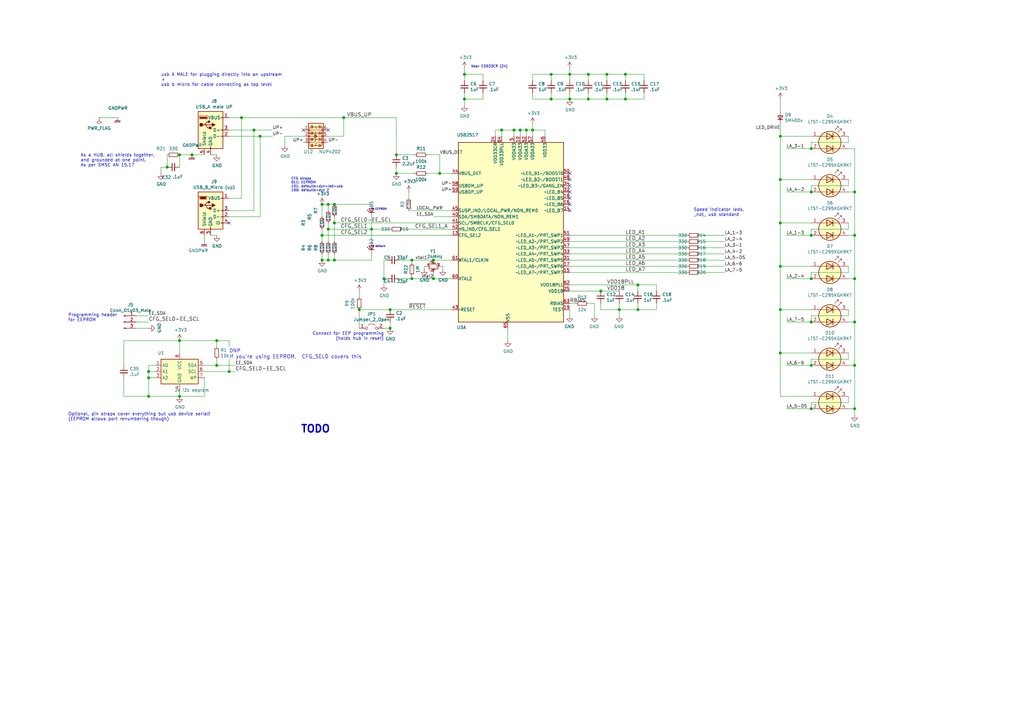
<source format=kicad_sch>
(kicad_sch (version 20211123) (generator eeschema)
  (paper "A3")
  (lib_symbols
    (symbol "Connector:Conn_01x03_Male" (pin_names (offset 1.016) hide)
      (property "Reference" "J" (at 0 5.08 0))
      (property "Value" "Conn_01x03_Male" (at 0 -5.08 0))
      (symbol "Conn_01x03_Male_1_1"
        (pin passive line (at 5.08 2.54 180) (length 3.81) (name "Pin_1") (number "1"))
        (pin passive line (at 5.08 0 180) (length 3.81) (name "Pin_2") (number "2"))
        (pin passive line (at 5.08 -2.54 180) (length 3.81) (name "Pin_3") (number "3"))
      )
    )
    (symbol "Connector:USB_A" (pin_names (offset 1.016))
      (property "Reference" "J" (at -5.08 11.43 0))
      (property "Value" "USB_A" (at -5.08 8.89 0))
      (symbol "USB_A_1_1"
        (pin power_in line (at 7.62 5.08 180) (length 2.54) (name "VBUS") (number "1"))
        (pin bidirectional line (at 7.62 -2.54 180) (length 2.54) (name "D-") (number "2"))
        (pin bidirectional line (at 7.62 0 180) (length 2.54) (name "D+") (number "3"))
        (pin power_in line (at 0 -10.16 90) (length 2.54) (name "GND") (number "4"))
        (pin passive line (at -2.54 -10.16 90) (length 2.54) (name "Shield") (number "5"))
      )
    )
    (symbol "Connector:USB_B_Micro" (pin_names (offset 1.016))
      (property "Reference" "J" (at -5.08 11.43 0))
      (property "Value" "USB_B_Micro" (at -5.08 8.89 0))
      (symbol "USB_B_Micro_1_1"
        (pin power_out line (at 7.62 5.08 180) (length 2.54) (name "VBUS") (number "1"))
        (pin bidirectional line (at 7.62 -2.54 180) (length 2.54) (name "D-") (number "2"))
        (pin bidirectional line (at 7.62 0 180) (length 2.54) (name "D+") (number "3"))
        (pin passive line (at 7.62 -5.08 180) (length 2.54) (name "ID") (number "4"))
        (pin power_out line (at 0 -10.16 90) (length 2.54) (name "GND") (number "5"))
        (pin passive line (at -2.54 -10.16 90) (length 2.54) (name "Shield") (number "6"))
      )
    )
    (symbol "Device:C_Small" (pin_numbers hide) (pin_names (offset 0.254) hide)
      (property "Reference" "C" (at 0.254 1.778 0))
      (property "Value" "C_Small" (at 0.254 -2.032 0))
      (symbol "C_Small_1_1"
        (pin passive line (at 0 2.54 270) (length 2.032) (name "~") (number "1"))
        (pin passive line (at 0 -2.54 90) (length 2.032) (name "~") (number "2"))
      )
    )
    (symbol "Device:Crystal_GND24_Small" (pin_names (offset 1.016) hide)
      (property "Reference" "Y" (at 1.27 4.445 0))
      (property "Value" "Crystal_GND24_Small" (at 1.27 2.54 0))
      (symbol "Crystal_GND24_Small_1_1"
        (pin passive line (at -2.54 0 0) (length 1.27) (name "1") (number "1"))
        (pin passive line (at 0 -2.54 90) (length 0.635) (name "2") (number "2"))
        (pin passive line (at 2.54 0 180) (length 1.27) (name "3") (number "3"))
        (pin passive line (at 0 2.54 270) (length 0.635) (name "4") (number "4"))
      )
    )
    (symbol "Device:D_Small" (pin_numbers hide) (pin_names (offset 0.254) hide)
      (property "Reference" "D" (at -1.27 2.032 0))
      (property "Value" "D_Small" (at -3.81 -2.032 0))
      (symbol "D_Small_1_1"
        (pin passive line (at -2.54 0 0) (length 1.778) (name "K") (number "1"))
        (pin passive line (at 2.54 0 180) (length 1.778) (name "A") (number "2"))
      )
    )
    (symbol "Device:LED_Dual_AAKK" (pin_names (offset 0) hide)
      (property "Reference" "D" (at 0 5.715 0))
      (property "Value" "LED_Dual_AAKK" (at 0 -6.35 0))
      (symbol "LED_Dual_AAKK_1_1"
        (pin input line (at -7.62 2.54 0) (length 3.048) (name "A1") (number "1"))
        (pin input line (at -7.62 -2.54 0) (length 3.048) (name "A2") (number "2"))
        (pin input line (at 7.62 2.54 180) (length 3.81) (name "K1") (number "3"))
        (pin input line (at 7.62 -2.54 180) (length 3.81) (name "K2") (number "4"))
      )
    )
    (symbol "Device:LED_Small" (pin_numbers hide) (pin_names (offset 0.254) hide)
      (property "Reference" "D" (at -1.27 3.175 0))
      (property "Value" "LED_Small" (at -4.445 -2.54 0))
      (symbol "LED_Small_1_1"
        (pin passive line (at -2.54 0 0) (length 1.778) (name "K") (number "1"))
        (pin passive line (at 2.54 0 180) (length 1.778) (name "A") (number "2"))
      )
    )
    (symbol "Device:R_Small" (pin_numbers hide) (pin_names (offset 0.254) hide)
      (property "Reference" "R" (at 0.762 0.508 0))
      (property "Value" "R_Small" (at 0.762 -1.016 0))
      (symbol "R_Small_1_1"
        (pin passive line (at 0 2.54 270) (length 0.762) (name "~") (number "1"))
        (pin passive line (at 0 -2.54 90) (length 0.762) (name "~") (number "2"))
      )
    )
    (symbol "Interface_USB:USB2517" (pin_names (offset 0.002))
      (property "Reference" "U" (at -17.78 45.72 0))
      (property "Value" "USB2517" (at 17.78 45.72 0))
      (symbol "USB2517_1_1"
        (pin power_in line (at 5.08 38.1 270) (length 2.54) (name "VDDA33") (number "10"))
        (pin input line (at -22.86 -2.54 0) (length 2.54) (name "CFG_SEL2") (number "13"))
        (pin bidirectional line (at 25.4 7.62 180) (length 2.54) (name "~LED_B7") (number "14"))
        (pin bidirectional line (at 25.4 -17.78 180) (length 2.54) (name "~LED_A7~/PRT_SWP7") (number "15"))
        (pin bidirectional line (at 25.4 10.16 180) (length 2.54) (name "~LED_B6") (number "16"))
        (pin bidirectional line (at 25.4 -15.24 180) (length 2.54) (name "~LED_A6~/PRT_SWP6") (number "17"))
        (pin bidirectional line (at 25.4 12.7 180) (length 2.54) (name "~LED_B5") (number "18"))
        (pin input line (at 25.4 -33.02 180) (length 2.54) (name "TEST") (number "19"))
        (pin power_in line (at -5.08 38.1 270) (length 2.54) (name "VDD33CR") (number "24"))
        (pin power_out line (at 25.4 -25.4 180) (length 2.54) (name "VDD18") (number "25"))
        (pin bidirectional line (at 25.4 -12.7 180) (length 2.54) (name "~LED_A5~/PRT_SWP5") (number "31"))
        (pin bidirectional line (at 25.4 15.24 180) (length 2.54) (name "~LED_B4") (number "32"))
        (pin bidirectional line (at 25.4 -10.16 180) (length 2.54) (name "~LED_A4~/PRT_SWP4") (number "33"))
        (pin bidirectional line (at 25.4 17.78 180) (length 2.54) (name "~LED_B3~/GANG_EN") (number "34"))
        (pin bidirectional line (at -22.86 5.08 0) (length 2.54) (name "SDA/SMBDATA/NON_REM1") (number "40"))
        (pin bidirectional line (at -22.86 2.54 0) (length 2.54) (name "SCL/SMBCLK/CFG_SEL0") (number "41"))
        (pin bidirectional line (at -22.86 0 0) (length 2.54) (name "HS_IND/CFG_SEL1") (number "42"))
        (pin input line (at -22.86 -33.02 0) (length 2.54) (name "~RESET") (number "43"))
        (pin input line (at -22.86 22.86 0) (length 2.54) (name "VBUS_DET") (number "44"))
        (pin bidirectional line (at -22.86 7.62 0) (length 2.54) (name "SUSP_IND/LOCAL_PWR/NON_REM0") (number "45"))
        (pin power_in line (at 15.24 38.1 270) (length 2.54) (name "VDD33") (number "46"))
        (pin bidirectional line (at 25.4 -7.62 180) (length 2.54) (name "~LED_A3~/PRT_SWP3") (number "47"))
        (pin bidirectional line (at 25.4 20.32 180) (length 2.54) (name "~LED_B2~/BOOST1") (number "48"))
        (pin bidirectional line (at 25.4 -5.08 180) (length 2.54) (name "~LED_A2~/PRT_SWP2") (number "49"))
        (pin power_in line (at 2.54 38.1 270) (length 2.54) (name "VDDA33") (number "5"))
        (pin bidirectional line (at 25.4 22.86 180) (length 2.54) (name "~LED_B1~/BOOST0") (number "50"))
        (pin bidirectional line (at 25.4 -2.54 180) (length 2.54) (name "~LED_A1~/PRT_SWP1") (number "51"))
        (pin power_in line (at 7.62 38.1 270) (length 2.54) (name "VDDA33") (number "52"))
        (pin power_in line (at 10.16 38.1 270) (length 2.54) (name "VDDA33") (number "57"))
        (pin bidirectional line (at -22.86 17.78 0) (length 2.54) (name "USBDM_UP") (number "58"))
        (pin bidirectional line (at -22.86 15.24 0) (length 2.54) (name "USBDP_UP") (number "59"))
        (pin output line (at -22.86 -20.32 0) (length 2.54) (name "XTAL2") (number "60"))
        (pin input clock (at -22.86 -12.7 0) (length 2.54) (name "XTAL1/CLKIN") (number "61"))
        (pin power_out line (at 25.4 -22.86 180) (length 2.54) (name "VDD18PLL") (number "62"))
        (pin input line (at 25.4 -30.48 180) (length 2.54) (name "RBIAS") (number "63"))
        (pin power_in line (at -2.54 38.1 270) (length 2.54) (name "VDD33PLL") (number "64"))
        (pin power_in line (at 0 -40.64 90) (length 2.54) (name "VSS") (number "65"))
      )
      (symbol "USB2517_2_1"
        (pin bidirectional line (at 20.32 40.64 180) (length 2.54) (name "USBDM_DN1/PRT_DIS_M1") (number "1"))
        (pin bidirectional line (at 20.32 -10.16 180) (length 2.54) (name "USBDM_DN5/PRT_DIS_M5") (number "11"))
        (pin bidirectional line (at 20.32 -12.7 180) (length 2.54) (name "USBDP_DN5/PRT_DIS_P5") (number "12"))
        (pin bidirectional line (at 20.32 38.1 180) (length 2.54) (name "USBDP_DN1/PRT_DIS_P1") (number "2"))
        (pin bidirectional line (at 20.32 -2.54 180) (length 2.54) (name "PRTPWR4") (number "20"))
        (pin input line (at 20.32 -5.08 180) (length 2.54) (name "~OCS4") (number "21"))
        (pin input line (at 20.32 7.62 180) (length 2.54) (name "~OCS3") (number "22"))
        (pin bidirectional line (at 20.32 10.16 180) (length 2.54) (name "PRTPWR3") (number "23"))
        (pin bidirectional line (at 20.32 22.86 180) (length 2.54) (name "PRTPWR2") (number "26"))
        (pin input line (at 20.32 20.32 180) (length 2.54) (name "~OCS2") (number "27"))
        (pin input line (at 20.32 33.02 180) (length 2.54) (name "~OCS1") (number "28"))
        (pin bidirectional line (at 20.32 35.56 180) (length 2.54) (name "PRTPWR1") (number "29"))
        (pin bidirectional line (at 20.32 27.94 180) (length 2.54) (name "USBDM_DN2/PRT_DIS_M2") (number "3"))
        (pin bidirectional line (at 20.32 -15.24 180) (length 2.54) (name "PRTPWR5") (number "30"))
        (pin input line (at 20.32 -17.78 180) (length 2.54) (name "~OCS5") (number "35"))
        (pin bidirectional line (at 20.32 -40.64 180) (length 2.54) (name "PRTPWR7") (number "36"))
        (pin input line (at 20.32 -43.18 180) (length 2.54) (name "~OCS7") (number "37"))
        (pin input line (at 20.32 -30.48 180) (length 2.54) (name "~OCS6") (number "38"))
        (pin bidirectional line (at 20.32 -27.94 180) (length 2.54) (name "PRTPWR6") (number "39"))
        (pin bidirectional line (at 20.32 25.4 180) (length 2.54) (name "USBDP_DN2/PRT_DIS_P2") (number "4"))
        (pin bidirectional line (at 20.32 -22.86 180) (length 2.54) (name "USBDM_DN6/PRT_DIS_M6") (number "53"))
        (pin bidirectional line (at 20.32 -25.4 180) (length 2.54) (name "USBDP_DN6/PRT_DIS_P6") (number "54"))
        (pin bidirectional line (at 20.32 -35.56 180) (length 2.54) (name "USBDM_DN7/PRT_DIS_M7") (number "55"))
        (pin bidirectional line (at 20.32 -38.1 180) (length 2.54) (name "USBDP_DN7/PRT_DIS_P7") (number "56"))
        (pin bidirectional line (at 20.32 15.24 180) (length 2.54) (name "USBDM_DN3/PRT_DIS_M3") (number "6"))
        (pin bidirectional line (at 20.32 12.7 180) (length 2.54) (name "USBDP_DN3/PRT_DIS_P3") (number "7"))
        (pin bidirectional line (at 20.32 2.54 180) (length 2.54) (name "USBDM_DN4/PRT_DIS_M4") (number "8"))
        (pin bidirectional line (at 20.32 0 180) (length 2.54) (name "USBDP_DN4/PRT_DIS_P4") (number "9"))
      )
    )
    (symbol "Jumper:Jumper_2_Open" (pin_names (offset 0) hide)
      (property "Reference" "JP" (at 0 2.794 0))
      (property "Value" "Jumper_2_Open" (at 0 -2.286 0))
      (symbol "Jumper_2_Open_1_1"
        (pin passive line (at -5.08 0 0) (length 2.54) (name "A") (number "1"))
        (pin passive line (at 5.08 0 180) (length 2.54) (name "B") (number "2"))
      )
    )
    (symbol "Memory_EEPROM:24LC02"
      (property "Reference" "U" (at -6.35 6.35 0))
      (property "Value" "24LC02" (at 1.27 6.35 0))
      (symbol "24LC02_1_1"
        (pin input line (at -10.16 2.54 0) (length 2.54) (name "A0") (number "1"))
        (pin input line (at -10.16 0 0) (length 2.54) (name "A1") (number "2"))
        (pin input line (at -10.16 -2.54 0) (length 2.54) (name "A2") (number "3"))
        (pin power_in line (at 0 -7.62 90) (length 2.54) (name "GND") (number "4"))
        (pin bidirectional line (at 10.16 2.54 180) (length 2.54) (name "SDA") (number "5"))
        (pin input line (at 10.16 0 180) (length 2.54) (name "SCL") (number "6"))
        (pin input line (at 10.16 -2.54 180) (length 2.54) (name "WP") (number "7"))
        (pin power_in line (at 0 7.62 270) (length 2.54) (name "VCC") (number "8"))
      )
    )
    (symbol "Power_Protection:NUP4202"
      (property "Reference" "U" (at -6.985 -2.54 0))
      (property "Value" "NUP4202" (at 6.35 1.27 90))
      (symbol "NUP4202_1_1"
        (pin passive line (at -2.54 -5.08 90) (length 2.54) (name "~") (number "1"))
        (pin passive line (at 0 -5.08 90) (length 2.54) (name "~") (number "2"))
        (pin passive line (at 2.54 -5.08 90) (length 2.54) (name "~") (number "3"))
        (pin passive line (at 2.54 5.08 270) (length 2.54) (name "~") (number "4"))
        (pin passive line (at 0 5.08 270) (length 2.54) (name "~") (number "5"))
        (pin passive line (at -2.54 5.08 270) (length 2.54) (name "~") (number "6"))
      )
    )
    (symbol "power:+3V3" (power) (pin_names (offset 0))
      (property "Value" "+3V3" (at 0 3.556 0))
      (symbol "+3V3_1_1"
        (pin power_in line (at 0 0 90) (length 0) hide (name "+3V3") (number "1"))
      )
    )
    (symbol "power:GND" (power) (pin_names (offset 0))
      (property "Value" "GND" (at 0 -3.81 0))
      (symbol "GND_1_1"
        (pin power_in line (at 0 0 270) (length 0) hide (name "GND") (number "1"))
      )
    )
    (symbol "power:GNDPWR" (power) (pin_names (offset 0))
      (property "Value" "GNDPWR" (at 0 -3.302 0))
      (symbol "GNDPWR_1_1"
        (pin power_in line (at 0 0 270) (length 0) hide (name "GNDPWR") (number "1"))
      )
    )
    (symbol "power:PWR_FLAG" (power) (pin_numbers hide) (pin_names (offset 0) hide)
      (property "Value" "PWR_FLAG" (at 0 3.81 0))
      (symbol "PWR_FLAG_0_0"
        (pin power_out line (at 0 0 90) (length 0) (name "pwr") (number "1"))
      )
    )
  )
  (junction (at 78.74 63.5) (diameter 1.016))
  (junction (at 332.74 149.86) (diameter 1.016))
  (junction (at 73.66 63.5) (diameter 1.016))
  (junction (at 140.97 48.26) (diameter 1.016))
  (junction (at 350.52 149.86) (diameter 1.016))
  (junction (at 320.04 73.66) (diameter 1.016))
  (junction (at 226.06 30.48) (diameter 1.016))
  (junction (at 226.06 40.64) (diameter 1.016))
  (junction (at 248.92 40.64) (diameter 1.016))
  (junction (at 137.16 91.44) (diameter 1.016))
  (junction (at 233.68 40.64) (diameter 1.016))
  (junction (at 152.4 93.98) (diameter 1.016))
  (junction (at 233.68 30.48) (diameter 1.016))
  (junction (at 132.08 83.82) (diameter 1.016))
  (junction (at 160.02 127) (diameter 1.016))
  (junction (at 99.06 48.26) (diameter 1.016))
  (junction (at 218.44 53.34) (diameter 1.016))
  (junction (at 180.34 71.12) (diameter 1.016))
  (junction (at 320.04 144.78) (diameter 1.016))
  (junction (at 162.56 71.12) (diameter 1.016))
  (junction (at 168.91 106.68) (diameter 1.016))
  (junction (at 256.54 40.64) (diameter 1.016))
  (junction (at 177.8 106.68) (diameter 1.016))
  (junction (at 350.52 114.3) (diameter 1.016))
  (junction (at 350.52 167.64) (diameter 1.016))
  (junction (at 332.74 114.3) (diameter 1.016))
  (junction (at 132.08 96.52) (diameter 1.016))
  (junction (at 160.02 134.62) (diameter 1.016))
  (junction (at 350.52 78.74) (diameter 1.016))
  (junction (at 248.92 30.48) (diameter 1.016))
  (junction (at 254 127) (diameter 1.016))
  (junction (at 261.62 127) (diameter 1.016))
  (junction (at 320.04 55.88) (diameter 1.016))
  (junction (at 137.16 83.82) (diameter 1.016))
  (junction (at 210.82 53.34) (diameter 1.016))
  (junction (at 157.48 114.3) (diameter 1.016))
  (junction (at 320.04 91.44) (diameter 1.016))
  (junction (at 241.3 40.64) (diameter 1.016))
  (junction (at 332.74 60.96) (diameter 1.016))
  (junction (at 162.56 63.5) (diameter 1.016))
  (junction (at 60.96 154.94) (diameter 1.016))
  (junction (at 205.74 53.34) (diameter 1.016))
  (junction (at 134.62 106.68) (diameter 1.016))
  (junction (at 106.68 55.88) (diameter 1.016))
  (junction (at 134.62 93.98) (diameter 1.016))
  (junction (at 350.52 132.08) (diameter 1.016))
  (junction (at 168.91 114.3) (diameter 1.016))
  (junction (at 332.74 132.08) (diameter 1.016))
  (junction (at 261.62 116.84) (diameter 1.016))
  (junction (at 134.62 83.82) (diameter 1.016))
  (junction (at 73.66 162.56) (diameter 1.016))
  (junction (at 332.74 96.52) (diameter 1.016))
  (junction (at 88.9 149.86) (diameter 1.016))
  (junction (at 132.08 106.68) (diameter 1.016))
  (junction (at 332.74 167.64) (diameter 1.016))
  (junction (at 190.5 40.64) (diameter 1.016))
  (junction (at 88.9 139.7) (diameter 1.016))
  (junction (at 320.04 127) (diameter 1.016))
  (junction (at 350.52 96.52) (diameter 1.016))
  (junction (at 241.3 30.48) (diameter 1.016))
  (junction (at 256.54 30.48) (diameter 1.016))
  (junction (at 190.5 30.48) (diameter 1.016))
  (junction (at 215.9 53.34) (diameter 1.016))
  (junction (at 137.16 106.68) (diameter 1.016))
  (junction (at 60.96 152.4) (diameter 1.016))
  (junction (at 68.58 68.58) (diameter 1.016))
  (junction (at 320.04 109.22) (diameter 1.016))
  (junction (at 60.96 162.56) (diameter 1.016))
  (junction (at 332.74 78.74) (diameter 1.016))
  (junction (at 246.38 119.38) (diameter 1.016))
  (junction (at 73.66 139.7) (diameter 1.016))
  (junction (at 177.8 114.3) (diameter 1.016))
  (junction (at 104.14 53.34) (diameter 1.016))
  (junction (at 93.98 152.4) (diameter 1.016))
  (junction (at 147.32 127) (diameter 1.016))
  (junction (at 213.36 53.34) (diameter 1.016))
  (no_connect (at 124.46 53.34))
  (no_connect (at 93.98 91.44))
  (no_connect (at 233.68 81.28))
  (no_connect (at 233.68 86.36))
  (no_connect (at 134.62 53.34))
  (no_connect (at 233.68 71.12))
  (no_connect (at 233.68 83.82))
  (no_connect (at 233.68 78.74))
  (no_connect (at 233.68 73.66))
  (no_connect (at 233.68 76.2))
  (wire (pts (xy 322.58 149.86) (xy 332.74 149.86)))
  (wire (pts (xy 264.16 30.48) (xy 256.54 30.48)))
  (wire (pts (xy 350.52 78.74) (xy 350.52 96.52)))
  (wire (pts (xy 332.74 147.32) (xy 332.74 149.86)))
  (wire (pts (xy 347.98 129.54) (xy 332.74 129.54)))
  (wire (pts (xy 347.98 165.1) (xy 332.74 165.1)))
  (wire (pts (xy 287.02 99.06) (xy 297.18 99.06)))
  (wire (pts (xy 269.24 127) (xy 269.24 124.46)))
  (wire (pts (xy 347.98 149.86) (xy 350.52 149.86)))
  (wire (pts (xy 157.48 134.62) (xy 160.02 134.62)))
  (wire (pts (xy 248.92 38.1) (xy 248.92 40.64)))
  (wire (pts (xy 180.34 71.12) (xy 175.26 71.12)))
  (wire (pts (xy 241.3 124.46) (xy 243.84 124.46)))
  (wire (pts (xy 347.98 96.52) (xy 350.52 96.52)))
  (wire (pts (xy 264.16 40.64) (xy 256.54 40.64)))
  (wire (pts (xy 198.12 30.48) (xy 190.5 30.48)))
  (wire (pts (xy 256.54 30.48) (xy 248.92 30.48)))
  (wire (pts (xy 55.88 129.54) (xy 60.96 129.54)))
  (wire (pts (xy 60.96 152.4) (xy 60.96 154.94)))
  (wire (pts (xy 332.74 109.22) (xy 320.04 109.22)))
  (wire (pts (xy 83.82 152.4) (xy 93.98 152.4)))
  (wire (pts (xy 347.98 60.96) (xy 350.52 60.96)))
  (wire (pts (xy 60.96 162.56) (xy 73.66 162.56)))
  (wire (pts (xy 233.68 111.76) (xy 281.94 111.76)))
  (wire (pts (xy 134.62 55.88) (xy 140.97 55.88)))
  (wire (pts (xy 233.68 96.52) (xy 281.94 96.52)))
  (wire (pts (xy 320.04 162.56) (xy 320.04 144.78)))
  (wire (pts (xy 134.62 83.82) (xy 134.62 86.36)))
  (wire (pts (xy 332.74 91.44) (xy 320.04 91.44)))
  (wire (pts (xy 137.16 104.14) (xy 137.16 106.68)))
  (wire (pts (xy 106.68 55.88) (xy 111.76 55.88)))
  (wire (pts (xy 116.84 55.88) (xy 116.84 59.69)))
  (wire (pts (xy 50.8 139.7) (xy 73.66 139.7)))
  (wire (pts (xy 152.4 93.98) (xy 160.02 93.98)))
  (wire (pts (xy 134.62 83.82) (xy 137.16 83.82)))
  (wire (pts (xy 208.28 134.62) (xy 208.28 139.7)))
  (wire (pts (xy 140.97 55.88) (xy 140.97 48.26)))
  (wire (pts (xy 134.62 106.68) (xy 132.08 106.68)))
  (wire (pts (xy 185.42 106.68) (xy 177.8 106.68)))
  (wire (pts (xy 233.68 116.84) (xy 261.62 116.84)))
  (wire (pts (xy 173.99 109.22) (xy 173.99 110.49)))
  (wire (pts (xy 175.26 109.22) (xy 173.99 109.22)))
  (wire (pts (xy 137.16 91.44) (xy 185.42 91.44)))
  (wire (pts (xy 132.08 104.14) (xy 132.08 106.68)))
  (wire (pts (xy 88.9 147.32) (xy 88.9 149.86)))
  (wire (pts (xy 168.91 107.95) (xy 168.91 106.68)))
  (wire (pts (xy 50.8 162.56) (xy 60.96 162.56)))
  (wire (pts (xy 93.98 81.28) (xy 99.06 81.28)))
  (wire (pts (xy 350.52 167.64) (xy 350.52 170.18)))
  (wire (pts (xy 180.34 63.5) (xy 180.34 71.12)))
  (wire (pts (xy 347.98 144.78) (xy 347.98 147.32)))
  (wire (pts (xy 347.98 73.66) (xy 347.98 76.2)))
  (wire (pts (xy 83.82 162.56) (xy 73.66 162.56)))
  (wire (pts (xy 162.56 48.26) (xy 162.56 63.5)))
  (wire (pts (xy 233.68 109.22) (xy 281.94 109.22)))
  (wire (pts (xy 40.64 48.26) (xy 48.26 48.26)))
  (wire (pts (xy 78.74 63.5) (xy 83.82 63.5)))
  (wire (pts (xy 68.58 68.58) (xy 66.04 68.58)))
  (wire (pts (xy 223.52 53.34) (xy 218.44 53.34)))
  (wire (pts (xy 332.74 73.66) (xy 320.04 73.66)))
  (wire (pts (xy 332.74 165.1) (xy 332.74 167.64)))
  (wire (pts (xy 350.52 132.08) (xy 350.52 149.86)))
  (wire (pts (xy 322.58 167.64) (xy 332.74 167.64)))
  (wire (pts (xy 152.4 88.9) (xy 152.4 93.98)))
  (wire (pts (xy 73.66 63.5) (xy 73.66 68.58)))
  (wire (pts (xy 134.62 93.98) (xy 134.62 99.06)))
  (wire (pts (xy 320.04 127) (xy 320.04 109.22)))
  (wire (pts (xy 287.02 111.76) (xy 297.18 111.76)))
  (wire (pts (xy 210.82 55.88) (xy 210.82 53.34)))
  (wire (pts (xy 241.3 30.48) (xy 241.3 33.02)))
  (wire (pts (xy 50.8 139.7) (xy 50.8 149.86)))
  (wire (pts (xy 198.12 33.02) (xy 198.12 30.48)))
  (wire (pts (xy 198.12 40.64) (xy 190.5 40.64)))
  (wire (pts (xy 287.02 101.6) (xy 297.18 101.6)))
  (wire (pts (xy 168.91 113.03) (xy 168.91 114.3)))
  (wire (pts (xy 168.91 114.3) (xy 177.8 114.3)))
  (wire (pts (xy 332.74 93.98) (xy 332.74 96.52)))
  (wire (pts (xy 93.98 152.4) (xy 96.52 152.4)))
  (wire (pts (xy 226.06 30.48) (xy 233.68 30.48)))
  (wire (pts (xy 261.62 127) (xy 261.62 124.46)))
  (wire (pts (xy 83.82 96.52) (xy 83.82 99.06)))
  (wire (pts (xy 350.52 114.3) (xy 350.52 132.08)))
  (wire (pts (xy 322.58 60.96) (xy 332.74 60.96)))
  (wire (pts (xy 203.2 55.88) (xy 203.2 53.34)))
  (wire (pts (xy 157.48 114.3) (xy 158.75 114.3)))
  (wire (pts (xy 93.98 139.7) (xy 88.9 139.7)))
  (wire (pts (xy 233.68 99.06) (xy 281.94 99.06)))
  (wire (pts (xy 132.08 83.82) (xy 132.08 88.9)))
  (wire (pts (xy 93.98 147.32) (xy 93.98 152.4)))
  (wire (pts (xy 152.4 106.68) (xy 137.16 106.68)))
  (wire (pts (xy 226.06 38.1) (xy 226.06 40.64)))
  (wire (pts (xy 167.64 78.74) (xy 167.64 81.28)))
  (wire (pts (xy 55.88 134.62) (xy 60.96 134.62)))
  (wire (pts (xy 218.44 55.88) (xy 218.44 53.34)))
  (wire (pts (xy 106.68 55.88) (xy 93.98 55.88)))
  (wire (pts (xy 104.14 53.34) (xy 104.14 86.36)))
  (wire (pts (xy 332.74 129.54) (xy 332.74 132.08)))
  (wire (pts (xy 83.82 149.86) (xy 88.9 149.86)))
  (wire (pts (xy 152.4 104.14) (xy 152.4 106.68)))
  (wire (pts (xy 256.54 40.64) (xy 248.92 40.64)))
  (wire (pts (xy 213.36 55.88) (xy 213.36 53.34)))
  (wire (pts (xy 347.98 111.76) (xy 332.74 111.76)))
  (wire (pts (xy 106.68 55.88) (xy 106.68 88.9)))
  (wire (pts (xy 287.02 104.14) (xy 297.18 104.14)))
  (wire (pts (xy 152.4 93.98) (xy 152.4 99.06)))
  (wire (pts (xy 203.2 53.34) (xy 205.74 53.34)))
  (wire (pts (xy 132.08 96.52) (xy 132.08 93.98)))
  (wire (pts (xy 88.9 142.24) (xy 88.9 139.7)))
  (wire (pts (xy 233.68 30.48) (xy 233.68 33.02)))
  (wire (pts (xy 347.98 58.42) (xy 332.74 58.42)))
  (wire (pts (xy 86.36 96.52) (xy 88.9 96.52)))
  (wire (pts (xy 175.26 63.5) (xy 180.34 63.5)))
  (wire (pts (xy 233.68 124.46) (xy 236.22 124.46)))
  (wire (pts (xy 347.98 55.88) (xy 347.98 58.42)))
  (wire (pts (xy 99.06 48.26) (xy 93.98 48.26)))
  (wire (pts (xy 218.44 40.64) (xy 226.06 40.64)))
  (wire (pts (xy 167.64 86.36) (xy 185.42 86.36)))
  (wire (pts (xy 60.96 154.94) (xy 60.96 162.56)))
  (wire (pts (xy 254 127) (xy 261.62 127)))
  (wire (pts (xy 86.36 63.5) (xy 88.9 63.5)))
  (wire (pts (xy 99.06 48.26) (xy 140.97 48.26)))
  (wire (pts (xy 99.06 81.28) (xy 99.06 48.26)))
  (wire (pts (xy 60.96 149.86) (xy 60.96 152.4)))
  (wire (pts (xy 347.98 162.56) (xy 347.98 165.1)))
  (wire (pts (xy 162.56 68.58) (xy 162.56 71.12)))
  (wire (pts (xy 132.08 83.82) (xy 134.62 83.82)))
  (wire (pts (xy 256.54 38.1) (xy 256.54 40.64)))
  (wire (pts (xy 332.74 58.42) (xy 332.74 60.96)))
  (wire (pts (xy 347.98 127) (xy 347.98 129.54)))
  (wire (pts (xy 347.98 167.64) (xy 350.52 167.64)))
  (wire (pts (xy 241.3 40.64) (xy 233.68 40.64)))
  (wire (pts (xy 104.14 86.36) (xy 93.98 86.36)))
  (wire (pts (xy 233.68 127) (xy 233.68 129.54)))
  (wire (pts (xy 347.98 78.74) (xy 350.52 78.74)))
  (wire (pts (xy 322.58 114.3) (xy 332.74 114.3)))
  (wire (pts (xy 223.52 55.88) (xy 223.52 53.34)))
  (wire (pts (xy 205.74 53.34) (xy 210.82 53.34)))
  (wire (pts (xy 320.04 73.66) (xy 320.04 55.88)))
  (wire (pts (xy 157.48 106.68) (xy 157.48 114.3)))
  (wire (pts (xy 157.48 114.3) (xy 157.48 116.84)))
  (wire (pts (xy 158.75 106.68) (xy 157.48 106.68)))
  (wire (pts (xy 73.66 160.02) (xy 73.66 162.56)))
  (wire (pts (xy 88.9 139.7) (xy 73.66 139.7)))
  (wire (pts (xy 134.62 104.14) (xy 134.62 106.68)))
  (wire (pts (xy 350.52 96.52) (xy 350.52 114.3)))
  (wire (pts (xy 190.5 30.48) (xy 190.5 33.02)))
  (wire (pts (xy 73.66 139.7) (xy 73.66 144.78)))
  (wire (pts (xy 233.68 101.6) (xy 281.94 101.6)))
  (wire (pts (xy 218.44 38.1) (xy 218.44 40.64)))
  (wire (pts (xy 104.14 53.34) (xy 93.98 53.34)))
  (wire (pts (xy 322.58 78.74) (xy 332.74 78.74)))
  (wire (pts (xy 190.5 40.64) (xy 190.5 43.18)))
  (wire (pts (xy 226.06 40.64) (xy 233.68 40.64)))
  (wire (pts (xy 332.74 144.78) (xy 320.04 144.78)))
  (wire (pts (xy 246.38 127) (xy 254 127)))
  (wire (pts (xy 160.02 132.08) (xy 160.02 134.62)))
  (wire (pts (xy 215.9 53.34) (xy 218.44 53.34)))
  (wire (pts (xy 165.1 93.98) (xy 185.42 93.98)))
  (wire (pts (xy 137.16 83.82) (xy 152.4 83.82)))
  (wire (pts (xy 248.92 40.64) (xy 241.3 40.64)))
  (wire (pts (xy 233.68 106.68) (xy 281.94 106.68)))
  (wire (pts (xy 60.96 154.94) (xy 63.5 154.94)))
  (wire (pts (xy 233.68 30.48) (xy 241.3 30.48)))
  (wire (pts (xy 332.74 127) (xy 320.04 127)))
  (wire (pts (xy 254 127) (xy 254 129.54)))
  (wire (pts (xy 185.42 71.12) (xy 180.34 71.12)))
  (wire (pts (xy 320.04 109.22) (xy 320.04 91.44)))
  (wire (pts (xy 147.32 127) (xy 160.02 127)))
  (wire (pts (xy 134.62 91.44) (xy 134.62 93.98)))
  (wire (pts (xy 226.06 30.48) (xy 226.06 33.02)))
  (wire (pts (xy 233.68 30.48) (xy 233.68 27.94)))
  (wire (pts (xy 256.54 33.02) (xy 256.54 30.48)))
  (wire (pts (xy 163.83 106.68) (xy 168.91 106.68)))
  (wire (pts (xy 104.14 53.34) (xy 111.76 53.34)))
  (wire (pts (xy 332.74 111.76) (xy 332.74 114.3)))
  (wire (pts (xy 261.62 127) (xy 269.24 127)))
  (wire (pts (xy 177.8 88.9) (xy 185.42 88.9)))
  (wire (pts (xy 140.97 48.26) (xy 162.56 48.26)))
  (wire (pts (xy 137.16 91.44) (xy 137.16 99.06)))
  (wire (pts (xy 322.58 96.52) (xy 332.74 96.52)))
  (wire (pts (xy 137.16 88.9) (xy 137.16 91.44)))
  (wire (pts (xy 213.36 53.34) (xy 215.9 53.34)))
  (wire (pts (xy 243.84 124.46) (xy 243.84 129.54)))
  (wire (pts (xy 320.04 144.78) (xy 320.04 127)))
  (wire (pts (xy 347.98 91.44) (xy 347.98 93.98)))
  (wire (pts (xy 254 127) (xy 254 124.46)))
  (wire (pts (xy 233.68 104.14) (xy 281.94 104.14)))
  (wire (pts (xy 55.88 132.08) (xy 60.96 132.08)))
  (wire (pts (xy 180.34 109.22) (xy 181.61 109.22)))
  (wire (pts (xy 181.61 109.22) (xy 181.61 110.49)))
  (wire (pts (xy 147.32 127) (xy 147.32 134.62)))
  (wire (pts (xy 248.92 30.48) (xy 241.3 30.48)))
  (wire (pts (xy 347.98 147.32) (xy 332.74 147.32)))
  (wire (pts (xy 264.16 33.02) (xy 264.16 30.48)))
  (wire (pts (xy 347.98 132.08) (xy 350.52 132.08)))
  (wire (pts (xy 137.16 106.68) (xy 134.62 106.68)))
  (wire (pts (xy 332.74 76.2) (xy 332.74 78.74)))
  (wire (pts (xy 233.68 38.1) (xy 233.68 40.64)))
  (wire (pts (xy 147.32 119.38) (xy 147.32 121.92)))
  (wire (pts (xy 205.74 55.88) (xy 205.74 53.34)))
  (wire (pts (xy 68.58 63.5) (xy 68.58 68.58)))
  (wire (pts (xy 210.82 53.34) (xy 213.36 53.34)))
  (wire (pts (xy 287.02 109.22) (xy 297.18 109.22)))
  (wire (pts (xy 83.82 154.94) (xy 83.82 162.56)))
  (wire (pts (xy 246.38 119.38) (xy 254 119.38)))
  (wire (pts (xy 63.5 149.86) (xy 60.96 149.86)))
  (wire (pts (xy 93.98 88.9) (xy 106.68 88.9)))
  (wire (pts (xy 218.44 33.02) (xy 218.44 30.48)))
  (wire (pts (xy 134.62 93.98) (xy 152.4 93.98)))
  (wire (pts (xy 287.02 106.68) (xy 297.18 106.68)))
  (wire (pts (xy 248.92 33.02) (xy 248.92 30.48)))
  (wire (pts (xy 347.98 76.2) (xy 332.74 76.2)))
  (wire (pts (xy 233.68 119.38) (xy 246.38 119.38)))
  (wire (pts (xy 332.74 162.56) (xy 320.04 162.56)))
  (wire (pts (xy 215.9 55.88) (xy 215.9 53.34)))
  (wire (pts (xy 218.44 30.48) (xy 226.06 30.48)))
  (wire (pts (xy 132.08 96.52) (xy 185.42 96.52)))
  (wire (pts (xy 320.04 50.8) (xy 320.04 55.88)))
  (wire (pts (xy 163.83 114.3) (xy 168.91 114.3)))
  (wire (pts (xy 177.8 114.3) (xy 177.8 111.76)))
  (wire (pts (xy 185.42 114.3) (xy 177.8 114.3)))
  (wire (pts (xy 269.24 116.84) (xy 269.24 119.38)))
  (wire (pts (xy 162.56 71.12) (xy 170.18 71.12)))
  (wire (pts (xy 190.5 27.94) (xy 190.5 30.48)))
  (wire (pts (xy 160.02 127) (xy 185.42 127)))
  (wire (pts (xy 320.04 40.64) (xy 320.04 45.72)))
  (wire (pts (xy 347.98 109.22) (xy 347.98 111.76)))
  (wire (pts (xy 261.62 116.84) (xy 261.62 119.38)))
  (wire (pts (xy 73.66 63.5) (xy 78.74 63.5)))
  (wire (pts (xy 320.04 55.88) (xy 332.74 55.88)))
  (wire (pts (xy 132.08 99.06) (xy 132.08 96.52)))
  (wire (pts (xy 350.52 60.96) (xy 350.52 78.74)))
  (wire (pts (xy 347.98 114.3) (xy 350.52 114.3)))
  (wire (pts (xy 60.96 152.4) (xy 63.5 152.4)))
  (wire (pts (xy 124.46 55.88) (xy 116.84 55.88)))
  (wire (pts (xy 50.8 154.94) (xy 50.8 162.56)))
  (wire (pts (xy 66.04 68.58) (xy 66.04 71.12)))
  (wire (pts (xy 168.91 106.68) (xy 177.8 106.68)))
  (wire (pts (xy 347.98 93.98) (xy 332.74 93.98)))
  (wire (pts (xy 320.04 91.44) (xy 320.04 73.66)))
  (wire (pts (xy 190.5 38.1) (xy 190.5 40.64)))
  (wire (pts (xy 322.58 132.08) (xy 332.74 132.08)))
  (wire (pts (xy 264.16 38.1) (xy 264.16 40.64)))
  (wire (pts (xy 261.62 116.84) (xy 269.24 116.84)))
  (wire (pts (xy 246.38 124.46) (xy 246.38 127)))
  (wire (pts (xy 93.98 142.24) (xy 93.98 139.7)))
  (wire (pts (xy 198.12 38.1) (xy 198.12 40.64)))
  (wire (pts (xy 241.3 38.1) (xy 241.3 40.64)))
  (wire (pts (xy 218.44 53.34) (xy 218.44 50.8)))
  (wire (pts (xy 88.9 149.86) (xy 96.52 149.86)))
  (wire (pts (xy 350.52 149.86) (xy 350.52 167.64)))
  (wire (pts (xy 287.02 96.52) (xy 297.18 96.52)))
  (wire (pts (xy 162.56 63.5) (xy 170.18 63.5)))
  (text "If default" (at 152.4 101.6 0) (effects (font (size 0.7874 0.7874)) (justify left bottom)))
  (text "If EEPROM" (at 152.4 86.36 0) (effects (font (size 0.7874 0.7874)) (justify left bottom)))
  (text "usb A MALE for plugging directly into an upstream\n+\nusb b micro for cable connecting as top level" (at 66.04 35.56 0) (effects (font (size 1.27 1.27)) (justify left bottom)))
  (text "DNP\nIf you're using EEPROM,  CFG_SEL0 covers this" (at 93.98 147.32 0) (effects (font (size 1.4986 1.4986)) (justify left bottom)))
  (text "CFG straps\n011: EEPROM\n101: defaults+dyn+led=usb\n100: defaults+dyn ?" (at 119.38 78.74 0) (effects (font (size 0.9906 0.9906)) (justify left bottom)))
  (text "TODO	" (at 147.32 177.8 180) (effects (font (size 3 3) (thickness 0.6) bold) (justify right bottom)))
  (text "Speed indicator leds,\n_not_ usb standard" (at 284.48 88.9 0) (effects (font (size 1.27 1.27)) (justify left bottom)))
  (text "Near CDD33CR (24)" (at 208.28 27.94 180) (effects (font (size 0.9906 0.9906)) (justify right bottom)))
  (text "As a HUB, all shields together,\nand grounded at one point.\nAs per SMSC AN 15.17 " (at 33.02 68.58 0) (effects (font (size 1.27 1.27)) (justify left bottom)))
  (text "Optional, pin straps cover everything but usb device serial!\n(EEPROM allows port renumbering though)" (at 27.94 172.72 0) (effects (font (size 1.27 1.27)) (justify left bottom)))
  (text "Programming header\nfor EEPROM" (at 27.94 132.08 0) (effects (font (size 1.27 1.27)) (justify left bottom)))
  (text "Connect for EEP programming\n(holds hub in reset)" (at 157.48 139.7 180) (effects (font (size 1.27 1.27)) (justify right bottom)))
  (label "CFG_SEL0-EE_SCL" (at 139.7 91.44 0) (effects (font (size 1.499 1.499))))
  (label "UP+" (at 124.46 58.42 180))
  (label "RBIAS" (at 233.68 124.46 0) (effects (font (size 1.4986 1.4986))))
  (label "LA_6-6" (at 322.58 149.86 0))
  (label "LA_4-2" (at 297.18 104.14 0))
  (label "LED_A5" (at 256.54 106.68 0) (effects (font (size 1.4986 1.4986))))
  (label "UP-" (at 111.76 55.88 0))
  (label "EE_SDA" (at 177.8 88.9 180))
  (label "LA_7-5" (at 297.18 111.76 0))
  (label "LED_A1" (at 256.54 96.52 0) (effects (font (size 1.4986 1.4986))))
  (label "LED_A6" (at 256.54 109.22 0) (effects (font (size 1.4986 1.4986))))
  (label "LED_A4" (at 256.54 104.14 0) (effects (font (size 1.4986 1.4986))))
  (label "LA_2-4" (at 297.18 99.06 0))
  (label "UP+" (at 185.42 78.74 180))
  (label "LED_DRIVE" (at 320.04 53.34 180))
  (label "VBUS_DET" (at 180.34 63.5 0))
  (label "CFG_SEL0-EE_SCL" (at 60.96 132.08 0) (effects (font (size 1.499 1.499))))
  (label "LA_5-DS" (at 297.18 106.68 0))
  (label "LA_3-1" (at 297.18 101.6 0))
  (label "CFG_SEL1_A" (at 170.18 93.98 0) (effects (font (size 1.4986 1.4986))))
  (label "UP-" (at 134.62 58.42 0))
  (label "LA_7-5" (at 322.58 132.08 0))
  (label "UP-" (at 185.42 76.2 180))
  (label "EE_SDA" (at 60.96 129.54 0))
  (label "LA_1-3" (at 297.18 96.52 0))
  (label "LED_A2" (at 256.54 99.06 0) (effects (font (size 1.4986 1.4986))))
  (label "~{RESET}" (at 167.64 127 0) (effects (font (size 1.4986 1.4986))))
  (label "LA_4-2" (at 322.58 78.74 0))
  (label "CFG_SEL2" (at 139.7 96.52 0) (effects (font (size 1.4986 1.4986))))
  (label "VDD18" (at 248.92 119.38 0) (effects (font (size 1.4986 1.4986))))
  (label "LA_3-1" (at 322.58 60.96 0))
  (label "xtal2" (at 177.8 114.3 180))
  (label "xtal1" (at 175.26 106.68 180))
  (label "LED_A3" (at 256.54 101.6 0) (effects (font (size 1.4986 1.4986))))
  (label "EE_SDA" (at 96.52 149.86 0))
  (label "LA_6-6" (at 297.18 109.22 0))
  (label "LA_2-4" (at 322.58 114.3 0))
  (label "CFG_SEL1" (at 139.7 93.98 0) (effects (font (size 1.4986 1.4986))))
  (label "LED_A7" (at 256.54 111.76 0) (effects (font (size 1.4986 1.4986))))
  (label "VDD18PLL" (at 248.92 116.84 0) (effects (font (size 1.4986 1.4986))))
  (label "LA_1-3" (at 322.58 96.52 0))
  (label "LOCAL_PWR" (at 181.61 86.36 180))
  (label "UP+" (at 111.76 53.34 0))
  (label "LA_5-DS" (at 322.58 167.64 0))
  (label "VBUS_UP" (at 142.24 48.26 0) (effects (font (size 1.4986 1.4986))))
  (label "CFG_SEL0-EE_SCL" (at 96.52 152.4 0) (effects (font (size 1.499 1.499))))
  (symbol (lib_id "Interface_USB:USB2517") (at 208.28 93.98 0) (unit 1)
    (property "Reference" "U3" (at 189.23 134.3152 0))
    (property "Value" "USB2517" (at 191.77 55.3466 0))
    (property "Footprint" "Package_DFN_QFN:QFN-64-1EP_9x9mm_P0.5mm_EP4.7x4.7mm_ThermalVias" (effects hide))
    (property "Datasheet" "http://ww1.microchip.com/downloads/en/DeviceDoc/USB2517-USB2517i-Data-Sheet-00001598C.pdf" (effects hide))
  )
  (symbol (lib_id "Device:R_Small") (at 132.08 91.44 0) (unit 1)
    (property "Reference" "R3" (at 124.46 91.44 90))
    (property "Value" "10k" (at 132.08 91.44 90))
    (property "Footprint" "Resistor_SMD:R_0603_1608Metric" (effects hide))
  )
  (symbol (lib_id "power:+3V3") (at 132.08 83.82 0) (unit 1)
    (property "Reference" "#PWR014" (effects hide))
    (property "Value" "+3V3" (at 132.461 79.4258 0))
  )
  (symbol (lib_id "Device:R_Small") (at 172.72 71.12 270) (unit 1)
    (property "Reference" "R12" (at 172.72 68.58 90))
    (property "Value" "100k" (at 172.72 73.66 90))
    (property "Footprint" "Resistor_SMD:R_0603_1608Metric" (effects hide))
  )
  (symbol (lib_id "Device:R_Small") (at 172.72 63.5 90) (unit 1)
    (property "Reference" "R11" (at 172.72 60.96 90))
    (property "Value" "100k" (at 172.72 66.167 90))
    (property "Footprint" "Resistor_SMD:R_0603_1608Metric" (effects hide))
  )
  (symbol (lib_id "Connector:USB_B_Micro") (at 86.36 86.36 0) (unit 1)
    (property "Reference" "J9" (at 87.8078 74.4982 0))
    (property "Value" "USB_B_Micro (up)" (at 87.8078 76.8096 0))
    (property "Footprint" "Connector_USB:USB_Micro-B_Amphenol_10118194-0001LF_Horizontal" (effects hide))
    (property "MPN" "U254-051T-4BH23-S2B" (effects hide))
  )
  (symbol (lib_id "power:+3V3") (at 320.04 40.64 0) (unit 1)
    (property "Reference" "#PWR035" (effects hide))
    (property "Value" "+3V3" (at 320.421 36.2458 0))
  )
  (symbol (lib_id "power:GND") (at 162.56 71.12 0) (unit 1)
    (property "Reference" "#PWR019" (effects hide))
    (property "Value" "GND" (at 162.687 75.5142 0))
  )
  (symbol (lib_id "Device:R_Small") (at 238.76 124.46 90) (mirror x) (unit 1)
    (property "Reference" "R13" (at 238.76 121.92 90))
    (property "Value" "12k" (at 238.76 127 90))
    (property "Footprint" "Resistor_SMD:R_0603_1608Metric" (effects hide))
  )
  (symbol (lib_id "Device:R_Small") (at 132.08 101.6 0) (unit 1)
    (property "Reference" "R4" (at 124.46 101.6 90))
    (property "Value" "10k" (at 132.08 101.6 90))
    (property "Footprint" "Resistor_SMD:R_0603_1608Metric" (effects hide))
  )
  (symbol (lib_id "power:+3V3") (at 218.44 50.8 0) (unit 1)
    (property "Reference" "#PWR029" (effects hide))
    (property "Value" "+3V3" (at 218.821 46.4058 0))
  )
  (symbol (lib_id "power:GND") (at 208.28 139.7 0) (unit 1)
    (property "Reference" "#PWR022" (effects hide))
    (property "Value" "GND" (at 208.407 144.0942 0))
  )
  (symbol (lib_id "Connector:USB_A") (at 86.36 53.34 0) (unit 1)
    (property "Reference" "J8" (at 87.8078 41.4782 0))
    (property "Value" "USB_A male UP" (at 87.8078 43.7896 0))
    (property "Footprint" "Connector_USB:USB_A_Plug_SOFNG_USB-05" (effects hide))
    (property "Datasheet" " ~" (effects hide))
    (property "MPN" "SOFNG USB-05" (effects hide))
  )
  (symbol (lib_id "Device:C_Small") (at 162.56 66.04 0) (unit 1)
    (property "Reference" "C3" (at 164.8968 64.897 0) (effects (justify left)))
    (property "Value" "2.2uF" (at 164.8714 67.183 0) (effects (justify left)))
    (property "Footprint" "Capacitor_SMD:C_0603_1608Metric" (effects hide))
  )
  (symbol (lib_id "Memory_EEPROM:24LC02") (at 73.66 152.4 0) (unit 1)
    (property "Reference" "U1" (at 66.04 144.78 0))
    (property "Value" "2k i2c eeprom" (at 78.74 160.02 0))
    (property "Footprint" "Package_SO:SOIC-8_3.9x4.9mm_P1.27mm" (effects hide))
    (property "Datasheet" "http://ww1.microchip.com/downloads/en/DeviceDoc/21709c.pdf" (effects hide))
    (property "MPN" "FT24C02A" (effects hide))
  )
  (symbol (lib_id "power:+3V3") (at 147.32 119.38 0) (unit 1)
    (property "Reference" "#PWR016" (effects hide))
    (property "Value" "+3V3" (at 147.701 114.9858 0))
  )
  (symbol (lib_id "power:GND") (at 160.02 134.62 0) (unit 1)
    (property "Reference" "#PWR018" (effects hide))
    (property "Value" "GND" (at 160.147 139.0142 0))
  )
  (symbol (lib_id "power:+3V3") (at 73.66 139.7 0) (unit 1)
    (property "Reference" "#PWR06" (effects hide))
    (property "Value" "+3V3" (at 74.041 135.3058 0))
  )
  (symbol (lib_id "Device:R_Small") (at 284.48 101.6 90) (unit 1)
    (property "Reference" "R16" (at 289.56 101.6 90) (effects (justify left)))
    (property "Value" "330" (at 281.94 101.6 90) (effects (justify left)))
    (property "Footprint" "Resistor_SMD:R_0603_1608Metric" (effects hide))
  )
  (symbol (lib_id "Device:R_Small") (at 88.9 144.78 0) (unit 1)
    (property "Reference" "R1" (at 90.3986 143.637 0) (effects (justify left)))
    (property "Value" "10k" (at 90.3986 145.923 0) (effects (justify left)))
    (property "Footprint" "Resistor_SMD:R_0603_1608Metric" (effects hide))
  )
  (symbol (lib_id "power:GND") (at 132.08 106.68 0) (unit 1)
    (property "Reference" "#PWR015" (effects hide))
    (property "Value" "GND" (at 132.207 111.0742 0))
  )
  (symbol (lib_id "Device:R_Small") (at 284.48 99.06 90) (unit 1)
    (property "Reference" "R15" (at 289.56 99.06 90) (effects (justify left)))
    (property "Value" "330" (at 281.94 99.06 90) (effects (justify left)))
    (property "Footprint" "Resistor_SMD:R_0603_1608Metric" (effects hide))
  )
  (symbol (lib_id "Device:R_Small") (at 284.48 106.68 90) (unit 1)
    (property "Reference" "R18" (at 289.56 106.68 90) (effects (justify left)))
    (property "Value" "330" (at 281.94 106.68 90) (effects (justify left)))
    (property "Footprint" "Resistor_SMD:R_0603_1608Metric" (effects hide))
  )
  (symbol (lib_id "power:GND") (at 243.84 129.54 0) (mirror y) (unit 1)
    (property "Reference" "#PWR033" (effects hide))
    (property "Value" "GND" (at 243.713 133.9342 0))
  )
  (symbol (lib_id "Device:R_Small") (at 284.48 96.52 90) (unit 1)
    (property "Reference" "R14" (at 289.56 96.52 90) (effects (justify left)))
    (property "Value" "330" (at 281.94 96.52 90) (effects (justify left)))
    (property "Footprint" "Resistor_SMD:R_0603_1608Metric" (effects hide))
  )
  (symbol (lib_id "Connector:Conn_01x03_Male") (at 50.8 132.08 0) (unit 1)
    (property "Reference" "J5" (at 53.5432 124.9934 0))
    (property "Value" "Conn_01x03_Male" (at 53.5432 127.3048 0))
    (property "Footprint" "Connector_PinHeader_2.54mm:PinHeader_1x03_P2.54mm_Vertical" (effects hide))
  )
  (symbol (lib_id "power:GND") (at 60.96 134.62 90) (unit 1)
    (property "Reference" "#PWR05" (effects hide))
    (property "Value" "GND" (at 65.3542 134.493 0))
  )
  (symbol (lib_id "Device:R_Small") (at 147.32 124.46 0) (unit 1)
    (property "Reference" "R9" (at 142.3416 124.46 90))
    (property "Value" "100k" (at 144.653 124.46 90))
    (property "Footprint" "Resistor_SMD:R_0603_1608Metric" (effects hide))
  )
  (symbol (lib_id "Device:R_Small") (at 284.48 104.14 90) (unit 1)
    (property "Reference" "R17" (at 289.56 104.14 90) (effects (justify left)))
    (property "Value" "330" (at 281.94 104.14 90) (effects (justify left)))
    (property "Footprint" "Resistor_SMD:R_0603_1608Metric" (effects hide))
  )
  (symbol (lib_id "power:GND") (at 73.66 162.56 0) (unit 1)
    (property "Reference" "#PWR07" (effects hide))
    (property "Value" "GND" (at 73.787 166.9542 0))
  )
  (symbol (lib_id "Device:R_Small") (at 134.62 88.9 0) (unit 1)
    (property "Reference" "R5" (at 127 88.9 90))
    (property "Value" "10k" (at 134.62 88.9 90))
    (property "Footprint" "Resistor_SMD:R_0603_1608Metric" (effects hide))
  )
  (symbol (lib_id "Device:R_Small") (at 137.16 101.6 0) (unit 1)
    (property "Reference" "R8" (at 129.54 101.6 90))
    (property "Value" "10k" (at 137.16 101.6 90))
    (property "Footprint" "Resistor_SMD:R_0603_1608Metric" (effects hide))
  )
  (symbol (lib_id "Device:R_Small") (at 284.48 109.22 90) (unit 1)
    (property "Reference" "R19" (at 289.56 109.22 90) (effects (justify left)))
    (property "Value" "330" (at 281.94 109.22 90) (effects (justify left)))
    (property "Footprint" "Resistor_SMD:R_0603_1608Metric" (effects hide))
  )
  (symbol (lib_id "Device:D_Small") (at 320.04 48.26 90) (unit 1)
    (property "Reference" "D9" (at 321.818 47.117 90) (effects (justify right)))
    (property "Value" "SM400x" (at 321.818 49.403 90) (effects (justify right)))
    (property "Footprint" "Diode_SMD:D_SOD-123F" (effects hide))
  )
  (symbol (lib_id "Device:C_Small") (at 246.38 121.92 0) (unit 1)
    (property "Reference" "C12" (at 248.7168 120.777 0) (effects (justify left)))
    (property "Value" "1uF" (at 248.6914 123.063 0) (effects (justify left)))
    (property "Footprint" "Capacitor_SMD:C_0603_1608Metric" (effects hide))
  )
  (symbol (lib_id "Device:C_Small") (at 261.62 121.92 0) (unit 1)
    (property "Reference" "C16" (at 263.9568 120.777 0) (effects (justify left)))
    (property "Value" "1uF" (at 263.9314 123.063 0) (effects (justify left)))
    (property "Footprint" "Capacitor_SMD:C_0603_1608Metric" (effects hide))
  )
  (symbol (lib_id "power:GND") (at 254 129.54 0) (mirror y) (unit 1)
    (property "Reference" "#PWR034" (effects hide))
    (property "Value" "GND" (at 253.873 133.9342 0))
  )
  (symbol (lib_id "power:GND") (at 233.68 129.54 0) (mirror y) (unit 1)
    (property "Reference" "#PWR032" (effects hide))
    (property "Value" "GND" (at 233.553 133.9342 0))
  )
  (symbol (lib_id "power:+3V3") (at 233.68 27.94 0) (unit 1)
    (property "Reference" "#PWR030" (effects hide))
    (property "Value" "+3V3" (at 234.061 23.5458 0))
  )
  (symbol (lib_id "power:GND") (at 233.68 40.64 0) (unit 1)
    (property "Reference" "#PWR031" (effects hide))
    (property "Value" "GND" (at 233.807 45.0342 0))
  )
  (symbol (lib_id "Device:C_Small") (at 256.54 35.56 0) (unit 1)
    (property "Reference" "C15" (at 258.8768 34.417 0) (effects (justify left)))
    (property "Value" ".1uF" (at 258.8514 36.703 0) (effects (justify left)))
    (property "Footprint" "Capacitor_SMD:C_0603_1608Metric" (effects hide))
  )
  (symbol (lib_id "Device:C_Small") (at 218.44 35.56 0) (unit 1)
    (property "Reference" "C8" (at 220.7768 34.417 0) (effects (justify left)))
    (property "Value" "1uF" (at 220.7514 36.703 0) (effects (justify left)))
    (property "Footprint" "Capacitor_SMD:C_0603_1608Metric" (effects hide))
  )
  (symbol (lib_id "Device:C_Small") (at 226.06 35.56 0) (unit 1)
    (property "Reference" "C9" (at 228.3968 34.417 0) (effects (justify left)))
    (property "Value" ".1uF" (at 228.3714 36.703 0) (effects (justify left)))
    (property "Footprint" "Capacitor_SMD:C_0603_1608Metric" (effects hide))
  )
  (symbol (lib_id "Device:C_Small") (at 233.68 35.56 0) (unit 1)
    (property "Reference" "C10" (at 236.0168 34.417 0) (effects (justify left)))
    (property "Value" ".1uF" (at 235.9914 36.703 0) (effects (justify left)))
    (property "Footprint" "Capacitor_SMD:C_0603_1608Metric" (effects hide))
  )
  (symbol (lib_id "Device:C_Small") (at 241.3 35.56 0) (unit 1)
    (property "Reference" "C11" (at 243.6368 34.417 0) (effects (justify left)))
    (property "Value" ".1uF" (at 243.6114 36.703 0) (effects (justify left)))
    (property "Footprint" "Capacitor_SMD:C_0603_1608Metric" (effects hide))
  )
  (symbol (lib_id "Device:C_Small") (at 248.92 35.56 0) (unit 1)
    (property "Reference" "C13" (at 251.2568 34.417 0) (effects (justify left)))
    (property "Value" ".1uF" (at 251.2314 36.703 0) (effects (justify left)))
    (property "Footprint" "Capacitor_SMD:C_0603_1608Metric" (effects hide))
  )
  (symbol (lib_id "Device:C_Small") (at 254 121.92 0) (unit 1)
    (property "Reference" "C14" (at 256.3368 120.777 0) (effects (justify left)))
    (property "Value" ".1uF" (at 256.3114 123.063 0) (effects (justify left)))
    (property "Footprint" "Capacitor_SMD:C_0603_1608Metric" (effects hide))
  )
  (symbol (lib_id "Device:C_Small") (at 269.24 121.92 0) (unit 1)
    (property "Reference" "C18" (at 271.5768 120.777 0) (effects (justify left)))
    (property "Value" ".1uF" (at 271.5514 123.063 0) (effects (justify left)))
    (property "Footprint" "Capacitor_SMD:C_0603_1608Metric" (effects hide))
  )
  (symbol (lib_id "Device:C_Small") (at 160.02 129.54 0) (unit 1)
    (property "Reference" "C2" (at 162.3568 128.397 0) (effects (justify left)))
    (property "Value" ".1uF" (at 162.3314 130.683 0) (effects (justify left)))
    (property "Footprint" "Capacitor_SMD:C_0603_1608Metric" (effects hide))
  )
  (symbol (lib_id "Device:C_Small") (at 50.8 152.4 0) (unit 1)
    (property "Reference" "C35" (at 53.1368 151.257 0) (effects (justify left)))
    (property "Value" ".1uF" (at 53.1114 153.543 0) (effects (justify left)))
    (property "Footprint" "Capacitor_SMD:C_0603_1608Metric" (effects hide))
  )
  (symbol (lib_id "Device:C_Small") (at 198.12 35.56 0) (unit 1)
    (property "Reference" "C7" (at 200.4568 34.417 0) (effects (justify left)))
    (property "Value" ".1uF" (at 200.4314 36.703 0) (effects (justify left)))
    (property "Footprint" "Capacitor_SMD:C_0603_1608Metric" (effects hide))
  )
  (symbol (lib_id "Device:C_Small") (at 190.5 35.56 0) (unit 1)
    (property "Reference" "C6" (at 192.8368 34.417 0) (effects (justify left)))
    (property "Value" "1uF" (at 192.8114 36.703 0) (effects (justify left)))
    (property "Footprint" "Capacitor_SMD:C_0603_1608Metric" (effects hide))
  )
  (symbol (lib_id "power:+3V3") (at 190.5 27.94 0) (unit 1)
    (property "Reference" "#PWR020" (effects hide))
    (property "Value" "+3V3" (at 190.881 23.5458 0))
  )
  (symbol (lib_id "power:GND") (at 190.5 43.18 0) (unit 1)
    (property "Reference" "#PWR021" (effects hide))
    (property "Value" "GND" (at 190.627 47.5742 0))
  )
  (symbol (lib_id "Device:C_Small") (at 264.16 35.56 0) (unit 1)
    (property "Reference" "C17" (at 266.4968 34.417 0) (effects (justify left)))
    (property "Value" ".1uF" (at 266.4714 36.703 0) (effects (justify left)))
    (property "Footprint" "Capacitor_SMD:C_0603_1608Metric" (effects hide))
  )
  (symbol (lib_id "Device:C_Small") (at 161.29 114.3 270) (unit 1)
    (property "Reference" "C4" (at 157.353 115.3668 90) (effects (justify left)))
    (property "Value" "33pF" (at 162.687 115.3414 90) (effects (justify left)))
    (property "Footprint" "Capacitor_SMD:C_0603_1608Metric" (effects hide))
  )
  (symbol (lib_id "power:GND") (at 157.48 116.84 0) (unit 1)
    (property "Reference" "#PWR017" (effects hide))
    (property "Value" "GND" (at 157.607 121.2342 0))
  )
  (symbol (lib_id "power:GND") (at 88.9 63.5 0) (unit 1)
    (property "Reference" "#PWR08" (effects hide))
    (property "Value" "GND" (at 89.027 67.8942 0))
  )
  (symbol (lib_id "power:GND") (at 88.9 96.52 0) (unit 1)
    (property "Reference" "#PWR09" (effects hide))
    (property "Value" "GND" (at 89.027 100.9142 0))
  )
  (symbol (lib_id "Device:R_Small") (at 162.56 93.98 90) (unit 1)
    (property "Reference" "R10" (at 167.64 93.98 90) (effects (justify left)))
    (property "Value" "330" (at 160.02 93.98 90) (effects (justify left)))
    (property "Footprint" "Resistor_SMD:R_0603_1608Metric" (effects hide))
  )
  (symbol (lib_id "Device:LED_Small") (at 152.4 101.6 90) (unit 1)
    (property "Reference" "D2" (at 152.4 99.06 0))
    (property "Value" "HS1A" (effects hide))
    (property "Footprint" "LED_SMD:LED_0603_1608Metric" (effects hide))
  )
  (symbol (lib_id "Device:R_Small") (at 137.16 86.36 0) (unit 1)
    (property "Reference" "R7" (at 129.54 86.36 90))
    (property "Value" "10k" (at 137.16 86.36 90))
    (property "Footprint" "Resistor_SMD:R_0603_1608Metric" (effects hide))
  )
  (symbol (lib_id "Device:R_Small") (at 134.62 101.6 0) (unit 1)
    (property "Reference" "R6" (at 127 101.6 90))
    (property "Value" "10k" (at 134.62 101.6 90))
    (property "Footprint" "Resistor_SMD:R_0603_1608Metric" (effects hide))
  )
  (symbol (lib_id "Device:R_Small") (at 284.48 111.76 90) (unit 1)
    (property "Reference" "R20" (at 289.56 111.76 90) (effects (justify left)))
    (property "Value" "330" (at 281.94 111.76 90) (effects (justify left)))
    (property "Footprint" "Resistor_SMD:R_0603_1608Metric" (effects hide))
  )
  (symbol (lib_id "Device:C_Small") (at 161.29 106.68 90) (unit 1)
    (property "Reference" "C5" (at 160.147 105.6132 90) (effects (justify left)))
    (property "Value" "33pF" (at 167.513 105.6386 90) (effects (justify left)))
    (property "Footprint" "Capacitor_SMD:C_0603_1608Metric" (effects hide))
  )
  (symbol (lib_id "Device:LED_Small") (at 152.4 86.36 90) (unit 1)
    (property "Reference" "D3" (at 152.4 83.82 0))
    (property "Value" "HS1B" (effects hide))
    (property "Footprint" "LED_SMD:LED_0603_1608Metric" (effects hide))
  )
  (symbol (lib_id "Device:Crystal_GND24_Small") (at 177.8 109.22 90) (unit 1)
    (property "Reference" "Y1" (at 176.3522 102.997 90) (effects (justify right)))
    (property "Value" "24MHz" (at 175.0822 105.283 90) (effects (justify right)))
    (property "Footprint" "Crystal:Crystal_SMD_3225-4Pin_3.2x2.5mm" (effects hide))
  )
  (symbol (lib_id "Device:LED_Dual_AAKK") (at 340.36 58.42 0) (unit 1)
    (property "Reference" "D4" (at 340.36 47.6504 0))
    (property "Value" "LTST-C295KGKRKT" (at 340.36 49.9618 0))
    (property "Footprint" "LED_SMD:LED_LiteOn_LTST-C295K" (effects hide))
  )
  (symbol (lib_id "Device:LED_Dual_AAKK") (at 340.36 76.2 0) (unit 1)
    (property "Reference" "D5" (at 340.36 65.4304 0))
    (property "Value" "LTST-C295KGKRKT" (at 340.36 67.7418 0))
    (property "Footprint" "LED_SMD:LED_LiteOn_LTST-C295K" (effects hide))
  )
  (symbol (lib_id "Device:LED_Dual_AAKK") (at 340.36 93.98 0) (unit 1)
    (property "Reference" "D6" (at 340.36 83.2104 0))
    (property "Value" "LTST-C295KGKRKT" (at 340.36 85.5218 0))
    (property "Footprint" "LED_SMD:LED_LiteOn_LTST-C295K" (effects hide))
  )
  (symbol (lib_id "Device:LED_Dual_AAKK") (at 340.36 111.76 0) (unit 1)
    (property "Reference" "D7" (at 340.36 100.9904 0))
    (property "Value" "LTST-C295KGKRKT" (at 340.36 103.3018 0))
    (property "Footprint" "LED_SMD:LED_LiteOn_LTST-C295K" (effects hide))
  )
  (symbol (lib_id "Device:LED_Dual_AAKK") (at 340.36 129.54 0) (unit 1)
    (property "Reference" "D8" (at 340.36 118.7704 0))
    (property "Value" "LTST-C295KGKRKT" (at 340.36 121.0818 0))
    (property "Footprint" "LED_SMD:LED_LiteOn_LTST-C295K" (effects hide))
  )
  (symbol (lib_id "Device:LED_Dual_AAKK") (at 340.36 147.32 0) (unit 1)
    (property "Reference" "D10" (at 340.36 136.5504 0))
    (property "Value" "LTST-C295KGKRKT" (at 340.36 138.8618 0))
    (property "Footprint" "LED_SMD:LED_LiteOn_LTST-C295K" (effects hide))
  )
  (symbol (lib_id "Device:LED_Dual_AAKK") (at 340.36 165.1 0) (unit 1)
    (property "Reference" "D11" (at 340.36 154.3304 0))
    (property "Value" "LTST-C295KGKRKT" (at 340.36 156.6418 0))
    (property "Footprint" "LED_SMD:LED_LiteOn_LTST-C295K" (effects hide))
  )
  (symbol (lib_id "power:GND") (at 350.52 170.18 0) (unit 1)
    (property "Reference" "#PWR010" (effects hide))
    (property "Value" "GND" (at 350.647 174.5742 0))
  )
  (symbol (lib_id "power:GNDPWR") (at 78.74 63.5 0) (unit 1)
    (property "Reference" "#PWR054" (effects hide))
    (property "Value" "GNDPWR" (at 78.8416 59.5884 0))
  )
  (symbol (lib_id "power:GND") (at 66.04 71.12 0) (unit 1)
    (property "Reference" "#PWR041" (effects hide))
    (property "Value" "GND" (at 66.167 75.5142 0))
  )
  (symbol (lib_id "power:GNDPWR") (at 83.82 99.06 0) (unit 1)
    (property "Reference" "#PWR055" (effects hide))
    (property "Value" "GNDPWR" (at 81.3816 102.7684 0))
  )
  (symbol (lib_id "Device:R_Small") (at 71.12 63.5 90) (unit 1)
    (property "Reference" "R21" (at 66.04 60.96 90))
    (property "Value" "330" (at 71.12 60.96 90))
    (property "Footprint" "Resistor_SMD:R_0603_1608Metric" (effects hide))
  )
  (symbol (lib_id "Device:R_Small") (at 167.64 83.82 0) (unit 1)
    (property "Reference" "R2" (at 165.1 83.82 90))
    (property "Value" "10k" (at 167.64 83.82 90))
    (property "Footprint" "Resistor_SMD:R_0603_1608Metric" (effects hide))
  )
  (symbol (lib_id "Device:C_Small") (at 71.12 68.58 90) (unit 1)
    (property "Reference" "C32" (at 70.1802 72.7202 90) (effects (justify left)))
    (property "Value" ".1uF" (at 75.0316 72.4916 90) (effects (justify left)))
    (property "Footprint" "Capacitor_SMD:C_0603_1608Metric" (effects hide))
  )
  (symbol (lib_id "power:+3V3") (at 167.64 78.74 0) (unit 1)
    (property "Reference" "#PWR036" (effects hide))
    (property "Value" "+3V3" (at 168.021 74.3458 0))
  )
  (symbol (lib_id "Power_Protection:NUP4202") (at 129.54 55.88 270) (unit 1)
    (property "Reference" "U12" (at 124.46 62.23 90) (effects (justify left)))
    (property "Value" "NUP4202" (at 130.81 62.23 90) (effects (justify left)))
    (property "Footprint" "Package_TO_SOT_SMD:SOT-363_SC-70-6" (effects hide))
    (property "Datasheet" "http://www.onsemi.com/pub_link/Collateral/NUP4202W1-D.PDF" (effects hide))
  )
  (symbol (lib_id "power:GND") (at 116.84 59.69 0) (unit 1)
    (property "Reference" "#PWR02" (effects hide))
    (property "Value" "GND" (at 116.967 64.0842 0))
  )
  (symbol (lib_id "power:PWR_FLAG") (at 40.64 48.26 180) (unit 1)
    (property "Reference" "#FLG0101" (effects hide))
    (property "Value" "PWR_FLAG" (at 40.64 52.5844 0))
  )
  (symbol (lib_id "power:GND") (at 173.99 110.49 0) (unit 1)
    (property "Reference" "#PWR0101" (effects hide))
    (property "Value" "GND" (at 174.117 114.8842 0))
  )
  (symbol (lib_id "power:GND") (at 181.61 110.49 0) (unit 1)
    (property "Reference" "#PWR0111" (effects hide))
    (property "Value" "GND" (at 181.737 114.8842 0))
  )
  (symbol (lib_id "power:GNDPWR") (at 48.26 48.26 0) (unit 1)
    (property "Reference" "#PWR0118" (effects hide))
    (property "Value" "GNDPWR" (at 48.3616 44.3484 0))
  )
  (symbol (lib_id "Jumper:Jumper_2_Open") (at 152.4 134.62 0) (unit 1)
    (property "Reference" "JP1" (at 152.4 128.7588 0))
    (property "Value" "Jumper_2_Open" (at 152.4 131.0575 0))
    (property "Footprint" "TestPoint:TestPoint_2Pads_Pitch2.54mm_Drill0.8mm" (effects hide))
  )
  (symbol (lib_id "Device:R_Small") (at 168.91 110.49 0) (unit 1)
    (property "Reference" "R22" (at 166.4716 110.49 90))
    (property "Value" "1M" (at 171.323 110.49 90))
    (property "Footprint" "Resistor_SMD:R_0603_1608Metric" (effects hide))
  )
)
</source>
